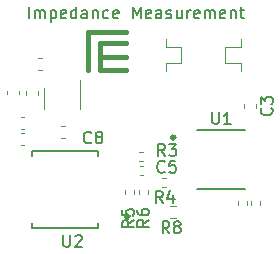
<source format=gbr>
%TF.GenerationSoftware,KiCad,Pcbnew,(5.1.8)-1*%
%TF.CreationDate,2021-11-11T12:40:01-05:00*%
%TF.ProjectId,Metal_flaw_sensor,4d657461-6c5f-4666-9c61-775f73656e73,rev?*%
%TF.SameCoordinates,Original*%
%TF.FileFunction,Legend,Top*%
%TF.FilePolarity,Positive*%
%FSLAX46Y46*%
G04 Gerber Fmt 4.6, Leading zero omitted, Abs format (unit mm)*
G04 Created by KiCad (PCBNEW (5.1.8)-1) date 2021-11-11 12:40:01*
%MOMM*%
%LPD*%
G01*
G04 APERTURE LIST*
%ADD10C,0.381000*%
%ADD11C,0.150000*%
%ADD12C,0.300000*%
%ADD13C,0.127000*%
%ADD14C,0.120000*%
G04 APERTURE END LIST*
D10*
X128600000Y-104970000D02*
X130800000Y-104970000D01*
X128550000Y-106070000D02*
X130800000Y-106070000D01*
X128550000Y-103820000D02*
X128550000Y-106070000D01*
X130800000Y-103820000D02*
X128550000Y-103820000D01*
X127600000Y-102870000D02*
X127600000Y-106070000D01*
X130800000Y-102870000D02*
X127600000Y-102870000D01*
D11*
X122596190Y-101692380D02*
X122596190Y-100692380D01*
X123072380Y-101692380D02*
X123072380Y-101025714D01*
X123072380Y-101120952D02*
X123120000Y-101073333D01*
X123215238Y-101025714D01*
X123358095Y-101025714D01*
X123453333Y-101073333D01*
X123500952Y-101168571D01*
X123500952Y-101692380D01*
X123500952Y-101168571D02*
X123548571Y-101073333D01*
X123643809Y-101025714D01*
X123786666Y-101025714D01*
X123881904Y-101073333D01*
X123929523Y-101168571D01*
X123929523Y-101692380D01*
X124405714Y-101025714D02*
X124405714Y-102025714D01*
X124405714Y-101073333D02*
X124500952Y-101025714D01*
X124691428Y-101025714D01*
X124786666Y-101073333D01*
X124834285Y-101120952D01*
X124881904Y-101216190D01*
X124881904Y-101501904D01*
X124834285Y-101597142D01*
X124786666Y-101644761D01*
X124691428Y-101692380D01*
X124500952Y-101692380D01*
X124405714Y-101644761D01*
X125691428Y-101644761D02*
X125596190Y-101692380D01*
X125405714Y-101692380D01*
X125310476Y-101644761D01*
X125262857Y-101549523D01*
X125262857Y-101168571D01*
X125310476Y-101073333D01*
X125405714Y-101025714D01*
X125596190Y-101025714D01*
X125691428Y-101073333D01*
X125739047Y-101168571D01*
X125739047Y-101263809D01*
X125262857Y-101359047D01*
X126596190Y-101692380D02*
X126596190Y-100692380D01*
X126596190Y-101644761D02*
X126500952Y-101692380D01*
X126310476Y-101692380D01*
X126215238Y-101644761D01*
X126167619Y-101597142D01*
X126120000Y-101501904D01*
X126120000Y-101216190D01*
X126167619Y-101120952D01*
X126215238Y-101073333D01*
X126310476Y-101025714D01*
X126500952Y-101025714D01*
X126596190Y-101073333D01*
X127500952Y-101692380D02*
X127500952Y-101168571D01*
X127453333Y-101073333D01*
X127358095Y-101025714D01*
X127167619Y-101025714D01*
X127072380Y-101073333D01*
X127500952Y-101644761D02*
X127405714Y-101692380D01*
X127167619Y-101692380D01*
X127072380Y-101644761D01*
X127024761Y-101549523D01*
X127024761Y-101454285D01*
X127072380Y-101359047D01*
X127167619Y-101311428D01*
X127405714Y-101311428D01*
X127500952Y-101263809D01*
X127977142Y-101025714D02*
X127977142Y-101692380D01*
X127977142Y-101120952D02*
X128024761Y-101073333D01*
X128120000Y-101025714D01*
X128262857Y-101025714D01*
X128358095Y-101073333D01*
X128405714Y-101168571D01*
X128405714Y-101692380D01*
X129310476Y-101644761D02*
X129215238Y-101692380D01*
X129024761Y-101692380D01*
X128929523Y-101644761D01*
X128881904Y-101597142D01*
X128834285Y-101501904D01*
X128834285Y-101216190D01*
X128881904Y-101120952D01*
X128929523Y-101073333D01*
X129024761Y-101025714D01*
X129215238Y-101025714D01*
X129310476Y-101073333D01*
X130120000Y-101644761D02*
X130024761Y-101692380D01*
X129834285Y-101692380D01*
X129739047Y-101644761D01*
X129691428Y-101549523D01*
X129691428Y-101168571D01*
X129739047Y-101073333D01*
X129834285Y-101025714D01*
X130024761Y-101025714D01*
X130120000Y-101073333D01*
X130167619Y-101168571D01*
X130167619Y-101263809D01*
X129691428Y-101359047D01*
X131358095Y-101692380D02*
X131358095Y-100692380D01*
X131691428Y-101406666D01*
X132024761Y-100692380D01*
X132024761Y-101692380D01*
X132881904Y-101644761D02*
X132786666Y-101692380D01*
X132596190Y-101692380D01*
X132500952Y-101644761D01*
X132453333Y-101549523D01*
X132453333Y-101168571D01*
X132500952Y-101073333D01*
X132596190Y-101025714D01*
X132786666Y-101025714D01*
X132881904Y-101073333D01*
X132929523Y-101168571D01*
X132929523Y-101263809D01*
X132453333Y-101359047D01*
X133786666Y-101692380D02*
X133786666Y-101168571D01*
X133739047Y-101073333D01*
X133643809Y-101025714D01*
X133453333Y-101025714D01*
X133358095Y-101073333D01*
X133786666Y-101644761D02*
X133691428Y-101692380D01*
X133453333Y-101692380D01*
X133358095Y-101644761D01*
X133310476Y-101549523D01*
X133310476Y-101454285D01*
X133358095Y-101359047D01*
X133453333Y-101311428D01*
X133691428Y-101311428D01*
X133786666Y-101263809D01*
X134215238Y-101644761D02*
X134310476Y-101692380D01*
X134500952Y-101692380D01*
X134596190Y-101644761D01*
X134643809Y-101549523D01*
X134643809Y-101501904D01*
X134596190Y-101406666D01*
X134500952Y-101359047D01*
X134358095Y-101359047D01*
X134262857Y-101311428D01*
X134215238Y-101216190D01*
X134215238Y-101168571D01*
X134262857Y-101073333D01*
X134358095Y-101025714D01*
X134500952Y-101025714D01*
X134596190Y-101073333D01*
X135500952Y-101025714D02*
X135500952Y-101692380D01*
X135072380Y-101025714D02*
X135072380Y-101549523D01*
X135120000Y-101644761D01*
X135215238Y-101692380D01*
X135358095Y-101692380D01*
X135453333Y-101644761D01*
X135500952Y-101597142D01*
X135977142Y-101692380D02*
X135977142Y-101025714D01*
X135977142Y-101216190D02*
X136024761Y-101120952D01*
X136072380Y-101073333D01*
X136167619Y-101025714D01*
X136262857Y-101025714D01*
X136977142Y-101644761D02*
X136881904Y-101692380D01*
X136691428Y-101692380D01*
X136596190Y-101644761D01*
X136548571Y-101549523D01*
X136548571Y-101168571D01*
X136596190Y-101073333D01*
X136691428Y-101025714D01*
X136881904Y-101025714D01*
X136977142Y-101073333D01*
X137024761Y-101168571D01*
X137024761Y-101263809D01*
X136548571Y-101359047D01*
X137453333Y-101692380D02*
X137453333Y-101025714D01*
X137453333Y-101120952D02*
X137500952Y-101073333D01*
X137596190Y-101025714D01*
X137739047Y-101025714D01*
X137834285Y-101073333D01*
X137881904Y-101168571D01*
X137881904Y-101692380D01*
X137881904Y-101168571D02*
X137929523Y-101073333D01*
X138024761Y-101025714D01*
X138167619Y-101025714D01*
X138262857Y-101073333D01*
X138310476Y-101168571D01*
X138310476Y-101692380D01*
X139167619Y-101644761D02*
X139072380Y-101692380D01*
X138881904Y-101692380D01*
X138786666Y-101644761D01*
X138739047Y-101549523D01*
X138739047Y-101168571D01*
X138786666Y-101073333D01*
X138881904Y-101025714D01*
X139072380Y-101025714D01*
X139167619Y-101073333D01*
X139215238Y-101168571D01*
X139215238Y-101263809D01*
X138739047Y-101359047D01*
X139643809Y-101025714D02*
X139643809Y-101692380D01*
X139643809Y-101120952D02*
X139691428Y-101073333D01*
X139786666Y-101025714D01*
X139929523Y-101025714D01*
X140024761Y-101073333D01*
X140072380Y-101168571D01*
X140072380Y-101692380D01*
X140405714Y-101025714D02*
X140786666Y-101025714D01*
X140548571Y-100692380D02*
X140548571Y-101549523D01*
X140596190Y-101644761D01*
X140691428Y-101692380D01*
X140786666Y-101692380D01*
D12*
%TO.C,U2*%
X131060000Y-118460000D02*
G75*
G03*
X131060000Y-118460000I-150000J0D01*
G01*
D13*
X122810000Y-112910000D02*
X122810000Y-113360000D01*
X128410000Y-112910000D02*
X128410000Y-113360000D01*
X128410000Y-112910000D02*
X122810000Y-112910000D01*
X122810000Y-119410000D02*
X122810000Y-119060000D01*
X128410000Y-119410000D02*
X122810000Y-119410000D01*
X128410000Y-119060000D02*
X128410000Y-119410000D01*
D14*
%TO.C,C3*%
X140810000Y-108973733D02*
X140810000Y-109266267D01*
X141830000Y-108973733D02*
X141830000Y-109266267D01*
%TO.C,R6*%
X132650000Y-116597621D02*
X132650000Y-116262379D01*
X131890000Y-116597621D02*
X131890000Y-116262379D01*
%TO.C,R5*%
X131440000Y-116597621D02*
X131440000Y-116262379D01*
X130680000Y-116597621D02*
X130680000Y-116262379D01*
%TO.C,R4*%
X134177621Y-115190000D02*
X133842379Y-115190000D01*
X134177621Y-115950000D02*
X133842379Y-115950000D01*
%TO.C,R3*%
X132227621Y-113030000D02*
X131892379Y-113030000D01*
X132227621Y-113790000D02*
X131892379Y-113790000D01*
%TO.C,R2*%
X142100000Y-117527621D02*
X142100000Y-117192379D01*
X141340000Y-117527621D02*
X141340000Y-117192379D01*
%TO.C,R1*%
X140300000Y-117192379D02*
X140300000Y-117527621D01*
X141060000Y-117192379D02*
X141060000Y-117527621D01*
%TO.C,C5*%
X132205835Y-114220000D02*
X131974165Y-114220000D01*
X132205835Y-114940000D02*
X131974165Y-114940000D01*
%TO.C,U3*%
X126890000Y-109330000D02*
X126890000Y-106900000D01*
X123820000Y-107570000D02*
X123820000Y-109330000D01*
D13*
%TO.C,U1*%
X136840000Y-116160000D02*
X140840000Y-116160000D01*
X136840000Y-111160000D02*
X140840000Y-111160000D01*
D12*
X134929000Y-111755000D02*
G75*
G03*
X134929000Y-111755000I-150000J0D01*
G01*
D14*
%TO.C,R8*%
X134994724Y-117567500D02*
X134485276Y-117567500D01*
X134994724Y-118612500D02*
X134485276Y-118612500D01*
%TO.C,J2*%
X140510000Y-104080000D02*
X139160000Y-104080000D01*
X139160000Y-104080000D02*
X139160000Y-105480000D01*
X139160000Y-105480000D02*
X140510000Y-105480000D01*
X140510000Y-105480000D02*
X140510000Y-106130000D01*
X140510000Y-104080000D02*
X140510000Y-103430000D01*
%TO.C,J1*%
X134140000Y-105480000D02*
X135490000Y-105480000D01*
X135490000Y-105480000D02*
X135490000Y-104080000D01*
X135490000Y-104080000D02*
X134140000Y-104080000D01*
X134140000Y-104080000D02*
X134140000Y-103430000D01*
X134140000Y-105480000D02*
X134140000Y-106130000D01*
%TO.C,FB1*%
X123360000Y-108146267D02*
X123360000Y-107853733D01*
X122340000Y-108146267D02*
X122340000Y-107853733D01*
%TO.C,C8*%
X125313733Y-111800000D02*
X125606267Y-111800000D01*
X125313733Y-110780000D02*
X125606267Y-110780000D01*
%TO.C,C7*%
X123383733Y-106040000D02*
X123676267Y-106040000D01*
X123383733Y-105020000D02*
X123676267Y-105020000D01*
%TO.C,C4*%
X121893733Y-112410000D02*
X122186267Y-112410000D01*
X121893733Y-111390000D02*
X122186267Y-111390000D01*
%TO.C,C2*%
X120750000Y-107833733D02*
X120750000Y-108126267D01*
X121770000Y-107833733D02*
X121770000Y-108126267D01*
%TO.C,C1*%
X122186267Y-110040000D02*
X121893733Y-110040000D01*
X122186267Y-111060000D02*
X121893733Y-111060000D01*
%TO.C,U2*%
D11*
X125483055Y-120058291D02*
X125483055Y-120868006D01*
X125530685Y-120963267D01*
X125578316Y-121010897D01*
X125673576Y-121058527D01*
X125864097Y-121058527D01*
X125959358Y-121010897D01*
X126006988Y-120963267D01*
X126054618Y-120868006D01*
X126054618Y-120058291D01*
X126483291Y-120153552D02*
X126530921Y-120105922D01*
X126626182Y-120058291D01*
X126864333Y-120058291D01*
X126959594Y-120105922D01*
X127007224Y-120153552D01*
X127054854Y-120248812D01*
X127054854Y-120344073D01*
X127007224Y-120486964D01*
X126435661Y-121058527D01*
X127054854Y-121058527D01*
%TO.C,C3*%
X143107142Y-109286666D02*
X143154761Y-109334285D01*
X143202380Y-109477142D01*
X143202380Y-109572380D01*
X143154761Y-109715238D01*
X143059523Y-109810476D01*
X142964285Y-109858095D01*
X142773809Y-109905714D01*
X142630952Y-109905714D01*
X142440476Y-109858095D01*
X142345238Y-109810476D01*
X142250000Y-109715238D01*
X142202380Y-109572380D01*
X142202380Y-109477142D01*
X142250000Y-109334285D01*
X142297619Y-109286666D01*
X142202380Y-108953333D02*
X142202380Y-108334285D01*
X142583333Y-108667619D01*
X142583333Y-108524761D01*
X142630952Y-108429523D01*
X142678571Y-108381904D01*
X142773809Y-108334285D01*
X143011904Y-108334285D01*
X143107142Y-108381904D01*
X143154761Y-108429523D01*
X143202380Y-108524761D01*
X143202380Y-108810476D01*
X143154761Y-108905714D01*
X143107142Y-108953333D01*
%TO.C,R6*%
X132732380Y-118756666D02*
X132256190Y-119090000D01*
X132732380Y-119328095D02*
X131732380Y-119328095D01*
X131732380Y-118947142D01*
X131780000Y-118851904D01*
X131827619Y-118804285D01*
X131922857Y-118756666D01*
X132065714Y-118756666D01*
X132160952Y-118804285D01*
X132208571Y-118851904D01*
X132256190Y-118947142D01*
X132256190Y-119328095D01*
X131732380Y-117899523D02*
X131732380Y-118090000D01*
X131780000Y-118185238D01*
X131827619Y-118232857D01*
X131970476Y-118328095D01*
X132160952Y-118375714D01*
X132541904Y-118375714D01*
X132637142Y-118328095D01*
X132684761Y-118280476D01*
X132732380Y-118185238D01*
X132732380Y-117994761D01*
X132684761Y-117899523D01*
X132637142Y-117851904D01*
X132541904Y-117804285D01*
X132303809Y-117804285D01*
X132208571Y-117851904D01*
X132160952Y-117899523D01*
X132113333Y-117994761D01*
X132113333Y-118185238D01*
X132160952Y-118280476D01*
X132208571Y-118328095D01*
X132303809Y-118375714D01*
%TO.C,R5*%
X131452380Y-118806666D02*
X130976190Y-119140000D01*
X131452380Y-119378095D02*
X130452380Y-119378095D01*
X130452380Y-118997142D01*
X130500000Y-118901904D01*
X130547619Y-118854285D01*
X130642857Y-118806666D01*
X130785714Y-118806666D01*
X130880952Y-118854285D01*
X130928571Y-118901904D01*
X130976190Y-118997142D01*
X130976190Y-119378095D01*
X130452380Y-117901904D02*
X130452380Y-118378095D01*
X130928571Y-118425714D01*
X130880952Y-118378095D01*
X130833333Y-118282857D01*
X130833333Y-118044761D01*
X130880952Y-117949523D01*
X130928571Y-117901904D01*
X131023809Y-117854285D01*
X131261904Y-117854285D01*
X131357142Y-117901904D01*
X131404761Y-117949523D01*
X131452380Y-118044761D01*
X131452380Y-118282857D01*
X131404761Y-118378095D01*
X131357142Y-118425714D01*
%TO.C,R4*%
X133903333Y-117312380D02*
X133570000Y-116836190D01*
X133331904Y-117312380D02*
X133331904Y-116312380D01*
X133712857Y-116312380D01*
X133808095Y-116360000D01*
X133855714Y-116407619D01*
X133903333Y-116502857D01*
X133903333Y-116645714D01*
X133855714Y-116740952D01*
X133808095Y-116788571D01*
X133712857Y-116836190D01*
X133331904Y-116836190D01*
X134760476Y-116645714D02*
X134760476Y-117312380D01*
X134522380Y-116264761D02*
X134284285Y-116979047D01*
X134903333Y-116979047D01*
%TO.C,R3*%
X134093333Y-113342380D02*
X133760000Y-112866190D01*
X133521904Y-113342380D02*
X133521904Y-112342380D01*
X133902857Y-112342380D01*
X133998095Y-112390000D01*
X134045714Y-112437619D01*
X134093333Y-112532857D01*
X134093333Y-112675714D01*
X134045714Y-112770952D01*
X133998095Y-112818571D01*
X133902857Y-112866190D01*
X133521904Y-112866190D01*
X134426666Y-112342380D02*
X135045714Y-112342380D01*
X134712380Y-112723333D01*
X134855238Y-112723333D01*
X134950476Y-112770952D01*
X134998095Y-112818571D01*
X135045714Y-112913809D01*
X135045714Y-113151904D01*
X134998095Y-113247142D01*
X134950476Y-113294761D01*
X134855238Y-113342380D01*
X134569523Y-113342380D01*
X134474285Y-113294761D01*
X134426666Y-113247142D01*
%TO.C,C5*%
X134053333Y-114667142D02*
X134005714Y-114714761D01*
X133862857Y-114762380D01*
X133767619Y-114762380D01*
X133624761Y-114714761D01*
X133529523Y-114619523D01*
X133481904Y-114524285D01*
X133434285Y-114333809D01*
X133434285Y-114190952D01*
X133481904Y-114000476D01*
X133529523Y-113905238D01*
X133624761Y-113810000D01*
X133767619Y-113762380D01*
X133862857Y-113762380D01*
X134005714Y-113810000D01*
X134053333Y-113857619D01*
X134958095Y-113762380D02*
X134481904Y-113762380D01*
X134434285Y-114238571D01*
X134481904Y-114190952D01*
X134577142Y-114143333D01*
X134815238Y-114143333D01*
X134910476Y-114190952D01*
X134958095Y-114238571D01*
X135005714Y-114333809D01*
X135005714Y-114571904D01*
X134958095Y-114667142D01*
X134910476Y-114714761D01*
X134815238Y-114762380D01*
X134577142Y-114762380D01*
X134481904Y-114714761D01*
X134434285Y-114667142D01*
%TO.C,U1*%
X138097735Y-109642122D02*
X138097735Y-110452028D01*
X138145377Y-110547311D01*
X138193018Y-110594952D01*
X138288301Y-110642594D01*
X138478867Y-110642594D01*
X138574150Y-110594952D01*
X138621792Y-110547311D01*
X138669433Y-110452028D01*
X138669433Y-109642122D01*
X139669905Y-110642594D02*
X139098207Y-110642594D01*
X139384056Y-110642594D02*
X139384056Y-109642122D01*
X139288773Y-109785047D01*
X139193490Y-109880330D01*
X139098207Y-109927971D01*
%TO.C,R8*%
X134463333Y-119882380D02*
X134130000Y-119406190D01*
X133891904Y-119882380D02*
X133891904Y-118882380D01*
X134272857Y-118882380D01*
X134368095Y-118930000D01*
X134415714Y-118977619D01*
X134463333Y-119072857D01*
X134463333Y-119215714D01*
X134415714Y-119310952D01*
X134368095Y-119358571D01*
X134272857Y-119406190D01*
X133891904Y-119406190D01*
X135034761Y-119310952D02*
X134939523Y-119263333D01*
X134891904Y-119215714D01*
X134844285Y-119120476D01*
X134844285Y-119072857D01*
X134891904Y-118977619D01*
X134939523Y-118930000D01*
X135034761Y-118882380D01*
X135225238Y-118882380D01*
X135320476Y-118930000D01*
X135368095Y-118977619D01*
X135415714Y-119072857D01*
X135415714Y-119120476D01*
X135368095Y-119215714D01*
X135320476Y-119263333D01*
X135225238Y-119310952D01*
X135034761Y-119310952D01*
X134939523Y-119358571D01*
X134891904Y-119406190D01*
X134844285Y-119501428D01*
X134844285Y-119691904D01*
X134891904Y-119787142D01*
X134939523Y-119834761D01*
X135034761Y-119882380D01*
X135225238Y-119882380D01*
X135320476Y-119834761D01*
X135368095Y-119787142D01*
X135415714Y-119691904D01*
X135415714Y-119501428D01*
X135368095Y-119406190D01*
X135320476Y-119358571D01*
X135225238Y-119310952D01*
%TO.C,C8*%
X127843333Y-112187142D02*
X127795714Y-112234761D01*
X127652857Y-112282380D01*
X127557619Y-112282380D01*
X127414761Y-112234761D01*
X127319523Y-112139523D01*
X127271904Y-112044285D01*
X127224285Y-111853809D01*
X127224285Y-111710952D01*
X127271904Y-111520476D01*
X127319523Y-111425238D01*
X127414761Y-111330000D01*
X127557619Y-111282380D01*
X127652857Y-111282380D01*
X127795714Y-111330000D01*
X127843333Y-111377619D01*
X128414761Y-111710952D02*
X128319523Y-111663333D01*
X128271904Y-111615714D01*
X128224285Y-111520476D01*
X128224285Y-111472857D01*
X128271904Y-111377619D01*
X128319523Y-111330000D01*
X128414761Y-111282380D01*
X128605238Y-111282380D01*
X128700476Y-111330000D01*
X128748095Y-111377619D01*
X128795714Y-111472857D01*
X128795714Y-111520476D01*
X128748095Y-111615714D01*
X128700476Y-111663333D01*
X128605238Y-111710952D01*
X128414761Y-111710952D01*
X128319523Y-111758571D01*
X128271904Y-111806190D01*
X128224285Y-111901428D01*
X128224285Y-112091904D01*
X128271904Y-112187142D01*
X128319523Y-112234761D01*
X128414761Y-112282380D01*
X128605238Y-112282380D01*
X128700476Y-112234761D01*
X128748095Y-112187142D01*
X128795714Y-112091904D01*
X128795714Y-111901428D01*
X128748095Y-111806190D01*
X128700476Y-111758571D01*
X128605238Y-111710952D01*
%TD*%
M02*

</source>
